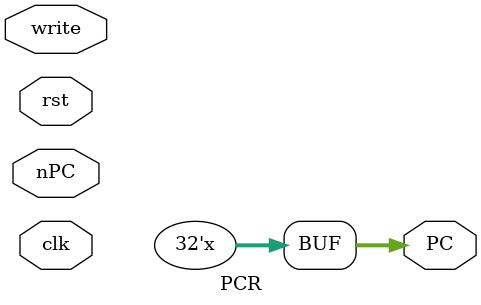
<source format=v>
module PCR(PC, nPC, write, clk, rst);
	output reg [31:0]PC;
	input [31:0]nPC;
	input write;
	input clk, rst;
	
	always @(posedge clk, posedge rst)
	begin
		if(rst)
			PC <= 0;
		else if(~write)
			PC <= nPC;
	end
	
	always @(write)
	begin
		if(write)
			PC <= PC;
	end
endmodule
</source>
